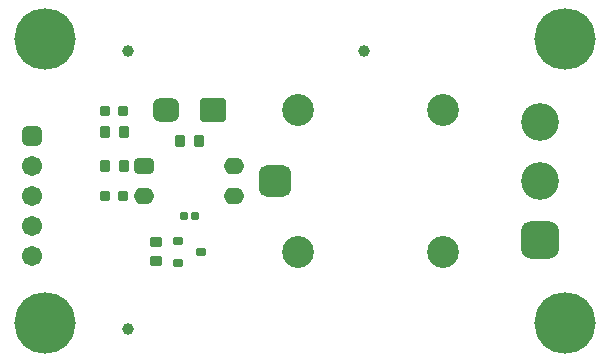
<source format=gts>
G04*
G04 #@! TF.GenerationSoftware,Altium Limited,Altium Designer,21.2.1 (34)*
G04*
G04 Layer_Color=8388736*
%FSTAX24Y24*%
%MOIN*%
G70*
G04*
G04 #@! TF.SameCoordinates,890909AC-F37D-4DBD-918D-0C65A5470773*
G04*
G04*
G04 #@! TF.FilePolarity,Negative*
G04*
G01*
G75*
G04:AMPARAMS|DCode=24|XSize=27.6mil|YSize=23.6mil|CornerRadius=3.9mil|HoleSize=0mil|Usage=FLASHONLY|Rotation=270.000|XOffset=0mil|YOffset=0mil|HoleType=Round|Shape=RoundedRectangle|*
%AMROUNDEDRECTD24*
21,1,0.0276,0.0157,0,0,270.0*
21,1,0.0197,0.0236,0,0,270.0*
1,1,0.0079,-0.0079,-0.0098*
1,1,0.0079,-0.0079,0.0098*
1,1,0.0079,0.0079,0.0098*
1,1,0.0079,0.0079,-0.0098*
%
%ADD24ROUNDEDRECTD24*%
G04:AMPARAMS|DCode=25|XSize=78.9mil|YSize=86.7mil|CornerRadius=11.1mil|HoleSize=0mil|Usage=FLASHONLY|Rotation=90.000|XOffset=0mil|YOffset=0mil|HoleType=Round|Shape=RoundedRectangle|*
%AMROUNDEDRECTD25*
21,1,0.0789,0.0646,0,0,90.0*
21,1,0.0567,0.0867,0,0,90.0*
1,1,0.0222,0.0323,0.0283*
1,1,0.0222,0.0323,-0.0283*
1,1,0.0222,-0.0323,-0.0283*
1,1,0.0222,-0.0323,0.0283*
%
%ADD25ROUNDEDRECTD25*%
G04:AMPARAMS|DCode=26|XSize=78.9mil|YSize=86.7mil|CornerRadius=21.7mil|HoleSize=0mil|Usage=FLASHONLY|Rotation=90.000|XOffset=0mil|YOffset=0mil|HoleType=Round|Shape=RoundedRectangle|*
%AMROUNDEDRECTD26*
21,1,0.0789,0.0433,0,0,90.0*
21,1,0.0354,0.0867,0,0,90.0*
1,1,0.0434,0.0217,0.0177*
1,1,0.0434,0.0217,-0.0177*
1,1,0.0434,-0.0217,-0.0177*
1,1,0.0434,-0.0217,0.0177*
%
%ADD26ROUNDEDRECTD26*%
G04:AMPARAMS|DCode=27|XSize=27.6mil|YSize=31.5mil|CornerRadius=5.5mil|HoleSize=0mil|Usage=FLASHONLY|Rotation=90.000|XOffset=0mil|YOffset=0mil|HoleType=Round|Shape=RoundedRectangle|*
%AMROUNDEDRECTD27*
21,1,0.0276,0.0205,0,0,90.0*
21,1,0.0165,0.0315,0,0,90.0*
1,1,0.0110,0.0102,0.0083*
1,1,0.0110,0.0102,-0.0083*
1,1,0.0110,-0.0102,-0.0083*
1,1,0.0110,-0.0102,0.0083*
%
%ADD27ROUNDEDRECTD27*%
G04:AMPARAMS|DCode=28|XSize=41.3mil|YSize=35.4mil|CornerRadius=5.1mil|HoleSize=0mil|Usage=FLASHONLY|Rotation=90.000|XOffset=0mil|YOffset=0mil|HoleType=Round|Shape=RoundedRectangle|*
%AMROUNDEDRECTD28*
21,1,0.0413,0.0252,0,0,90.0*
21,1,0.0311,0.0354,0,0,90.0*
1,1,0.0102,0.0126,0.0156*
1,1,0.0102,0.0126,-0.0156*
1,1,0.0102,-0.0126,-0.0156*
1,1,0.0102,-0.0126,0.0156*
%
%ADD28ROUNDEDRECTD28*%
G04:AMPARAMS|DCode=29|XSize=35.4mil|YSize=35.4mil|CornerRadius=6.7mil|HoleSize=0mil|Usage=FLASHONLY|Rotation=270.000|XOffset=0mil|YOffset=0mil|HoleType=Round|Shape=RoundedRectangle|*
%AMROUNDEDRECTD29*
21,1,0.0354,0.0220,0,0,270.0*
21,1,0.0220,0.0354,0,0,270.0*
1,1,0.0134,-0.0110,-0.0110*
1,1,0.0134,-0.0110,0.0110*
1,1,0.0134,0.0110,0.0110*
1,1,0.0134,0.0110,-0.0110*
%
%ADD29ROUNDEDRECTD29*%
%ADD30C,0.0394*%
G04:AMPARAMS|DCode=31|XSize=41.3mil|YSize=35.4mil|CornerRadius=5.1mil|HoleSize=0mil|Usage=FLASHONLY|Rotation=0.000|XOffset=0mil|YOffset=0mil|HoleType=Round|Shape=RoundedRectangle|*
%AMROUNDEDRECTD31*
21,1,0.0413,0.0252,0,0,0.0*
21,1,0.0311,0.0354,0,0,0.0*
1,1,0.0102,0.0156,-0.0126*
1,1,0.0102,-0.0156,-0.0126*
1,1,0.0102,-0.0156,0.0126*
1,1,0.0102,0.0156,0.0126*
%
%ADD31ROUNDEDRECTD31*%
%ADD32C,0.1064*%
G04:AMPARAMS|DCode=33|XSize=106.4mil|YSize=106.4mil|CornerRadius=28.6mil|HoleSize=0mil|Usage=FLASHONLY|Rotation=0.000|XOffset=0mil|YOffset=0mil|HoleType=Round|Shape=RoundedRectangle|*
%AMROUNDEDRECTD33*
21,1,0.1064,0.0492,0,0,0.0*
21,1,0.0492,0.1064,0,0,0.0*
1,1,0.0572,0.0246,-0.0246*
1,1,0.0572,-0.0246,-0.0246*
1,1,0.0572,-0.0246,0.0246*
1,1,0.0572,0.0246,0.0246*
%
%ADD33ROUNDEDRECTD33*%
G04:AMPARAMS|DCode=34|XSize=126.1mil|YSize=126.1mil|CornerRadius=33.5mil|HoleSize=0mil|Usage=FLASHONLY|Rotation=270.000|XOffset=0mil|YOffset=0mil|HoleType=Round|Shape=RoundedRectangle|*
%AMROUNDEDRECTD34*
21,1,0.1261,0.0591,0,0,270.0*
21,1,0.0591,0.1261,0,0,270.0*
1,1,0.0671,-0.0295,-0.0295*
1,1,0.0671,-0.0295,0.0295*
1,1,0.0671,0.0295,0.0295*
1,1,0.0671,0.0295,-0.0295*
%
%ADD34ROUNDEDRECTD34*%
%ADD35C,0.1261*%
G04:AMPARAMS|DCode=36|XSize=67.1mil|YSize=55.2mil|CornerRadius=15.8mil|HoleSize=0mil|Usage=FLASHONLY|Rotation=0.000|XOffset=0mil|YOffset=0mil|HoleType=Round|Shape=RoundedRectangle|*
%AMROUNDEDRECTD36*
21,1,0.0671,0.0236,0,0,0.0*
21,1,0.0354,0.0552,0,0,0.0*
1,1,0.0316,0.0177,-0.0118*
1,1,0.0316,-0.0177,-0.0118*
1,1,0.0316,-0.0177,0.0118*
1,1,0.0316,0.0177,0.0118*
%
%ADD36ROUNDEDRECTD36*%
%ADD37O,0.0671X0.0552*%
G04:AMPARAMS|DCode=38|XSize=67.1mil|YSize=67.1mil|CornerRadius=18.8mil|HoleSize=0mil|Usage=FLASHONLY|Rotation=270.000|XOffset=0mil|YOffset=0mil|HoleType=Round|Shape=RoundedRectangle|*
%AMROUNDEDRECTD38*
21,1,0.0671,0.0295,0,0,270.0*
21,1,0.0295,0.0671,0,0,270.0*
1,1,0.0375,-0.0148,-0.0148*
1,1,0.0375,-0.0148,0.0148*
1,1,0.0375,0.0148,0.0148*
1,1,0.0375,0.0148,-0.0148*
%
%ADD38ROUNDEDRECTD38*%
%ADD39C,0.0671*%
%ADD40C,0.2049*%
D24*
X016617Y016535D02*
D03*
X017011D02*
D03*
D25*
X017601Y020079D02*
D03*
D26*
X016027D02*
D03*
D27*
X017208Y015354D02*
D03*
X01642Y01498D02*
D03*
Y015728D02*
D03*
D28*
X016499Y019048D02*
D03*
X017129D02*
D03*
X014617Y019337D02*
D03*
X013987D02*
D03*
X014617Y018217D02*
D03*
X013987D02*
D03*
D29*
X014597Y017217D02*
D03*
X014007D02*
D03*
X014597Y020057D02*
D03*
X014007D02*
D03*
D30*
X014764Y012795D02*
D03*
X022638Y022047D02*
D03*
X014764D02*
D03*
D31*
X015694Y015669D02*
D03*
Y015039D02*
D03*
D32*
X020447Y015354D02*
D03*
X02525Y020079D02*
D03*
Y015354D02*
D03*
X020447Y020079D02*
D03*
D33*
X01966Y017717D02*
D03*
D34*
X028509Y015748D02*
D03*
D35*
Y017716D02*
D03*
Y019685D02*
D03*
D36*
X015314Y018217D02*
D03*
D37*
Y017217D02*
D03*
X018314D02*
D03*
Y018217D02*
D03*
D38*
X011564Y019217D02*
D03*
D39*
Y018217D02*
D03*
Y017217D02*
D03*
Y016217D02*
D03*
Y015217D02*
D03*
D40*
X012008Y022441D02*
D03*
X029331Y012992D02*
D03*
Y022441D02*
D03*
X012008Y012992D02*
D03*
M02*

</source>
